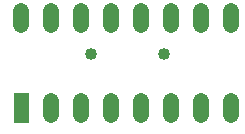
<source format=gbs>
%FSLAX24Y24*%
%MOIN*%
%ADD10C,0.0400*%
%ADD11C,0.0520*%
D10*
G01X3182Y2734D03*
X5625Y2724D03*
D11*
G01X875Y3697D02*
X875Y4177D01*
X2875Y697D02*
X2875Y1177D01*
X1875Y697D02*
X1875Y1177D01*
X1875Y3697D02*
X1875Y4177D01*
X7875Y3697D02*
X7875Y4177D01*
X6875Y3697D02*
X6875Y4177D01*
X4875Y697D02*
X4875Y1177D01*
X6875Y697D02*
X6875Y1177D01*
X3875Y697D02*
X3875Y1177D01*
X7875Y697D02*
X7875Y1177D01*
X5875Y697D02*
X5875Y1177D01*
X3875Y3697D02*
X3875Y4177D01*
X2875Y3697D02*
X2875Y4177D01*
X5875Y3697D02*
X5875Y4177D01*
X4875Y3697D02*
X4875Y4177D01*
G36*
X1135Y1437D02*G01*
X615Y1437D01*X615Y437D01*X1135Y437D01*G37*
M02*

</source>
